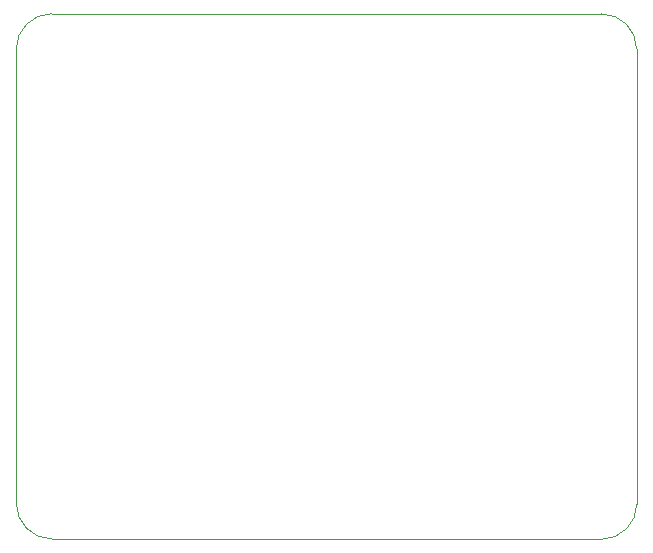
<source format=gbr>
%TF.GenerationSoftware,KiCad,Pcbnew,(6.0.0-0)*%
%TF.CreationDate,2022-01-05T21:11:28+01:00*%
%TF.ProjectId,218_trigger_mod,3231385f-7472-4696-9767-65725f6d6f64,rev?*%
%TF.SameCoordinates,Original*%
%TF.FileFunction,Profile,NP*%
%FSLAX46Y46*%
G04 Gerber Fmt 4.6, Leading zero omitted, Abs format (unit mm)*
G04 Created by KiCad (PCBNEW (6.0.0-0)) date 2022-01-05 21:11:28*
%MOMM*%
%LPD*%
G01*
G04 APERTURE LIST*
%TA.AperFunction,Profile*%
%ADD10C,0.100000*%
%TD*%
G04 APERTURE END LIST*
D10*
X170035340Y-122490340D02*
X170021340Y-84000000D01*
X167021340Y-81000000D02*
X120478660Y-81000000D01*
X167035340Y-125490340D02*
G75*
G03*
X170035340Y-122490340I-1J3000001D01*
G01*
X117478660Y-84000000D02*
X117492660Y-122461660D01*
X117492660Y-122461660D02*
G75*
G03*
X120492660Y-125461660I3000001J1D01*
G01*
X120492660Y-125461660D02*
X167035340Y-125490340D01*
X170021340Y-84000000D02*
G75*
G03*
X167021340Y-81000000I-3000001J-1D01*
G01*
X120478660Y-81000000D02*
G75*
G03*
X117478660Y-84000000I1J-3000001D01*
G01*
M02*

</source>
